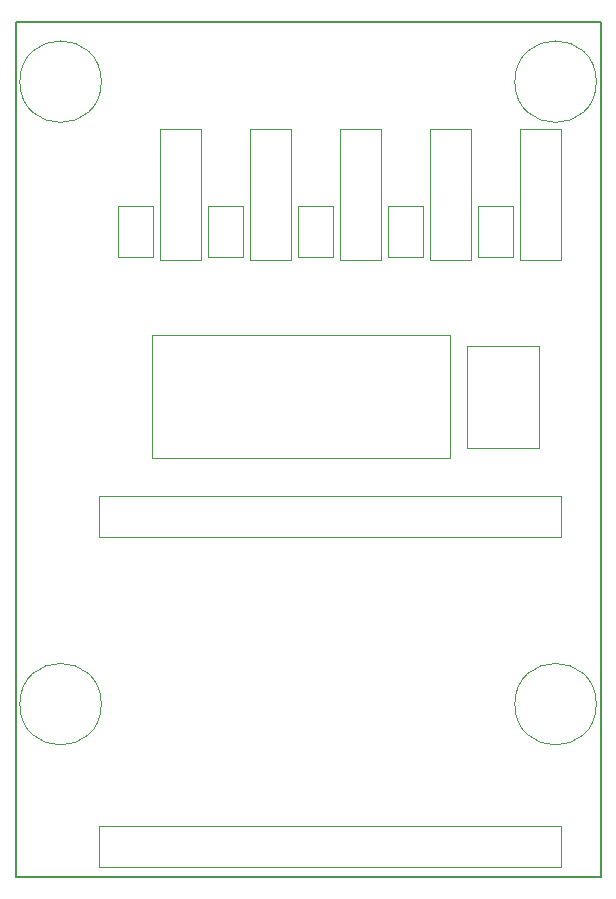
<source format=gbr>
G04 #@! TF.FileFunction,Other,User*
%FSLAX46Y46*%
G04 Gerber Fmt 4.6, Leading zero omitted, Abs format (unit mm)*
G04 Created by KiCad (PCBNEW 4.0.3-stable) date 2016 August 18, Thursday 22:42:55*
%MOMM*%
%LPD*%
G01*
G04 APERTURE LIST*
%ADD10C,0.100000*%
%ADD11C,0.150000*%
%ADD12C,0.050000*%
G04 APERTURE END LIST*
D10*
D11*
X127000000Y-46990000D02*
X127000000Y-119380000D01*
X77470000Y-46990000D02*
X77470000Y-119380000D01*
X127000000Y-119380000D02*
X77470000Y-119380000D01*
X77470000Y-46990000D02*
X127000000Y-46990000D01*
D12*
X88990000Y-83950000D02*
X114240000Y-83950000D01*
X88990000Y-73550000D02*
X114240000Y-73550000D01*
X88990000Y-83950000D02*
X88990000Y-73550000D01*
X114240000Y-83950000D02*
X114240000Y-73550000D01*
X84730000Y-104775000D02*
G75*
G03X84730000Y-104775000I-3450000J0D01*
G01*
X126640000Y-104775000D02*
G75*
G03X126640000Y-104775000I-3450000J0D01*
G01*
X126640000Y-52070000D02*
G75*
G03X126640000Y-52070000I-3450000J0D01*
G01*
X112550000Y-56035000D02*
X112550000Y-67185000D01*
X116050000Y-56035000D02*
X116050000Y-67185000D01*
X112550000Y-56035000D02*
X116050000Y-56035000D01*
X112550000Y-67185000D02*
X116050000Y-67185000D01*
X104370000Y-62600000D02*
X104370000Y-66900000D01*
X104370000Y-66900000D02*
X101370000Y-66900000D01*
X101370000Y-66900000D02*
X101370000Y-62600000D01*
X101370000Y-62600000D02*
X104370000Y-62600000D01*
X89130000Y-62600000D02*
X89130000Y-66900000D01*
X89130000Y-66900000D02*
X86130000Y-66900000D01*
X86130000Y-66900000D02*
X86130000Y-62600000D01*
X86130000Y-62600000D02*
X89130000Y-62600000D01*
X96750000Y-62600000D02*
X96750000Y-66900000D01*
X96750000Y-66900000D02*
X93750000Y-66900000D01*
X93750000Y-66900000D02*
X93750000Y-62600000D01*
X93750000Y-62600000D02*
X96750000Y-62600000D01*
X111990000Y-62600000D02*
X111990000Y-66900000D01*
X111990000Y-66900000D02*
X108990000Y-66900000D01*
X108990000Y-66900000D02*
X108990000Y-62600000D01*
X108990000Y-62600000D02*
X111990000Y-62600000D01*
X119610000Y-62600000D02*
X119610000Y-66900000D01*
X119610000Y-66900000D02*
X116610000Y-66900000D01*
X116610000Y-66900000D02*
X116610000Y-62600000D01*
X116610000Y-62600000D02*
X119610000Y-62600000D01*
X115725000Y-74450000D02*
X115725000Y-83050000D01*
X121775000Y-74450000D02*
X121775000Y-83050000D01*
X115725000Y-74450000D02*
X121775000Y-74450000D01*
X115725000Y-83050000D02*
X121775000Y-83050000D01*
X89690000Y-56035000D02*
X89690000Y-67185000D01*
X93190000Y-56035000D02*
X93190000Y-67185000D01*
X89690000Y-56035000D02*
X93190000Y-56035000D01*
X89690000Y-67185000D02*
X93190000Y-67185000D01*
X97310000Y-56035000D02*
X97310000Y-67185000D01*
X100810000Y-56035000D02*
X100810000Y-67185000D01*
X97310000Y-56035000D02*
X100810000Y-56035000D01*
X97310000Y-67185000D02*
X100810000Y-67185000D01*
X104930000Y-56035000D02*
X104930000Y-67185000D01*
X108430000Y-56035000D02*
X108430000Y-67185000D01*
X104930000Y-56035000D02*
X108430000Y-56035000D01*
X104930000Y-67185000D02*
X108430000Y-67185000D01*
X120170000Y-56035000D02*
X120170000Y-67185000D01*
X123670000Y-56035000D02*
X123670000Y-67185000D01*
X120170000Y-56035000D02*
X123670000Y-56035000D01*
X120170000Y-67185000D02*
X123670000Y-67185000D01*
X84730000Y-52070000D02*
G75*
G03X84730000Y-52070000I-3450000J0D01*
G01*
X123670000Y-115090000D02*
X84570000Y-115090000D01*
X123670000Y-118590000D02*
X84570000Y-118590000D01*
X123670000Y-115090000D02*
X123670000Y-118590000D01*
X84570000Y-115090000D02*
X84570000Y-118590000D01*
X123670000Y-87150000D02*
X84570000Y-87150000D01*
X123670000Y-90650000D02*
X84570000Y-90650000D01*
X123670000Y-87150000D02*
X123670000Y-90650000D01*
X84570000Y-87150000D02*
X84570000Y-90650000D01*
M02*

</source>
